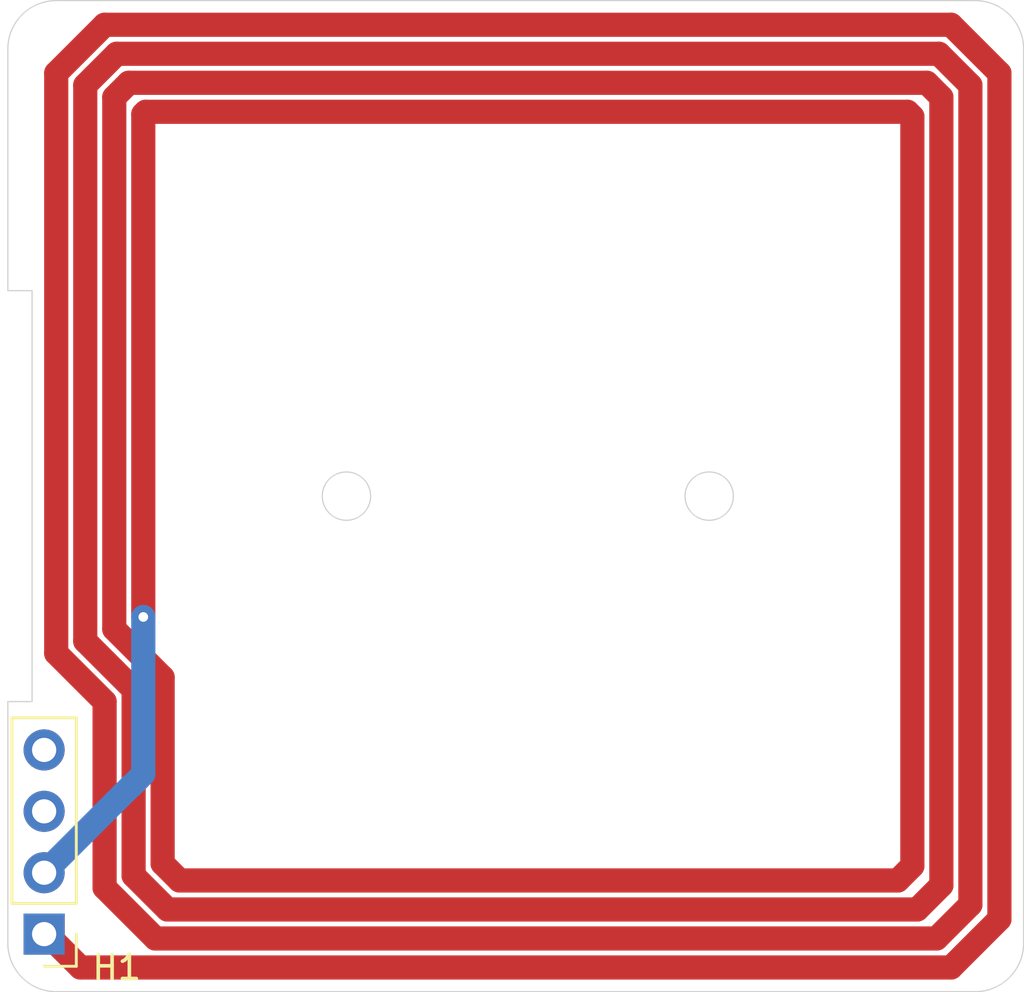
<source format=kicad_pcb>
(kicad_pcb (version 20240108) (generator "pcbnew") (generator_version "8.0")
  (layers (0 "F.Cu" signal) (31 "B.Cu" signal) (34 "B.Paste" user) (35 "F.Paste" user) (36 "B.SilkS" user "B.Silkscreen") (37 "F.SilkS" user "F.Silkscreen") (38 "B.Mask" user) (39 "F.Mask" user) (44 "Edge.Cuts" user))
  (net 0 "")
  (footprint "Connector_PinHeader_2.54mm:PinHeader_1x04_P2.54mm_Vertical" (layer "F.Cu") (at 101.5 138.62 180)
    (property "Reference" "H1" (at -3 -1.38 0) (layer "F.SilkS"))
    (property "Value" "PinHeader_1x04_P2.54mm_Vertical" (hide yes))
    (fp_line (start 1.33 1.27) (end 1.33 8.95) (stroke (width 0.12)) (layer "F.SilkS"))
    (fp_line (start -1.33 8.95) (end 1.33 8.95) (stroke (width 0.12)) (layer "F.SilkS"))
    (fp_line (start -1.33 1.27) (end 1.33 1.27) (stroke (width 0.12)) (layer "F.SilkS"))
    (fp_line (start -1.33 1.27) (end -1.33 8.95) (stroke (width 0.12)) (layer "F.SilkS"))
    (fp_line (start -1.33 0) (end -1.33 -1.33) (stroke (width 0.12)) (layer "F.SilkS"))
    (fp_line (start -1.33 -1.33) (end 0 -1.33) (stroke (width 0.12)) (layer "F.SilkS"))
    (pad "1" thru_hole rect (at 0 0 180) (size 1.7 1.7) (drill 1) (layers "*.Cu" "*.Mask"))
    (pad "2" thru_hole oval (at 0 2.54 180) (size 1.7 1.7) (drill 1) (layers "*.Cu" "*.Mask"))
    (pad "3" thru_hole oval (at 0 5.08 180) (size 1.7 1.7) (drill 1) (layers "*.Cu" "*.Mask"))
    (pad "4" thru_hole oval (at 0 7.62 180) (size 1.7 1.7) (drill 1) (layers "*.Cu" "*.Mask"))
  )
  (gr_arc (start 100 102) (mid 100.585786 100.585786) (end 102 100) (stroke (width 0.05)) (layer "Edge.Cuts"))
  (gr_arc (start 102 141) (mid 100.585786 140.414214) (end 100 139) (stroke (width 0.05)) (layer "Edge.Cuts"))
  (gr_line (start 100 129) (end 101 129) (stroke (width 0.05)) (layer "Edge.Cuts"))
  (gr_line (start 142 139) (end 142 102) (stroke (width 0.05)) (layer "Edge.Cuts"))
  (gr_arc (start 142 139) (mid 141.414214 140.414214) (end 140 141) (stroke (width 0.05)) (layer "Edge.Cuts"))
  (gr_line (start 140 100) (end 102 100) (stroke (width 0.05)) (layer "Edge.Cuts"))
  (gr_circle (center 114 120.5) (end 115 120.5) (stroke (width 0.05)) (fill none) (layer "Edge.Cuts"))
  (gr_line (start 102 141) (end 140 141) (stroke (width 0.05)) (layer "Edge.Cuts"))
  (gr_line (start 100 139) (end 100 129) (stroke (width 0.05)) (layer "Edge.Cuts"))
  (gr_line (start 101 112) (end 100 112) (stroke (width 0.05)) (layer "Edge.Cuts"))
  (gr_arc (start 140 100) (mid 141.414214 100.585786) (end 142 102) (stroke (width 0.05)) (layer "Edge.Cuts"))
  (gr_circle (center 129 120.5) (end 130 120.5) (stroke (width 0.05)) (fill none) (layer "Edge.Cuts"))
  (gr_line (start 101 129) (end 101 112) (stroke (width 0.05)) (layer "Edge.Cuts"))
  (gr_line (start 100 112) (end 100 102) (stroke (width 0.05)) (layer "Edge.Cuts"))
  (segment (start 106.6 137.6) (end 137.6 137.6) (width 1) (layer "F.Cu") (net 0))
  (segment (start 104 101) (end 102 103) (width 1) (layer "F.Cu") (net 0))
  (segment (start 139.8 103.5) (end 138.5 102.2) (width 1) (layer "F.Cu") (net 0))
  (segment (start 104 136.7) (end 106.1 138.8) (width 1) (layer "F.Cu") (net 0))
  (segment (start 102 127) (end 104 129) (width 1) (layer "F.Cu") (net 0))
  (segment (start 106.4 135.7) (end 107.1 136.4) (width 1) (layer "F.Cu") (net 0))
  (segment (start 138 103.4) (end 105 103.4) (width 1) (layer "F.Cu") (net 0))
  (segment (start 139 101) (end 104 101) (width 1) (layer "F.Cu") (net 0))
  (segment (start 138.5 102.2) (end 104.5 102.2) (width 1) (layer "F.Cu") (net 0))
  (segment (start 141 103) (end 139 101) (width 1) (layer "F.Cu") (net 0))
  (segment (start 138.6 104) (end 138 103.4) (width 1) (layer "F.Cu") (net 0))
  (segment (start 141 138) (end 141 103) (width 1) (layer "F.Cu") (net 0))
  (segment (start 107.1 136.4) (end 136.8 136.4) (width 1) (layer "F.Cu") (net 0))
  (segment (start 105.6 104.7) (end 105.6 125.5) (width 1) (layer "F.Cu") (net 0))
  (segment (start 137.2 104.6) (end 105.7 104.6) (width 1) (layer "F.Cu") (net 0))
  (segment (start 106.4 128) (end 106.4 135.7) (width 1) (layer "F.Cu") (net 0))
  (segment (start 105.7 104.6) (end 105.6 104.7) (width 1) (layer "F.Cu") (net 0))
  (segment (start 103.2 103.5) (end 103.2 126.5) (width 1) (layer "F.Cu") (net 0))
  (segment (start 138.6 136.6) (end 138.6 104) (width 1) (layer "F.Cu") (net 0))
  (segment (start 137.6 137.6) (end 138.6 136.6) (width 1) (layer "F.Cu") (net 0))
  (segment (start 103.2 126.5) (end 105.2 128.5) (width 1) (layer "F.Cu") (net 0))
  (segment (start 139 140) (end 141 138) (width 1) (layer "F.Cu") (net 0))
  (segment (start 104 129) (end 104 136.7) (width 1) (layer "F.Cu") (net 0))
  (segment (start 136.8 136.4) (end 137.4 135.8) (width 1) (layer "F.Cu") (net 0))
  (segment (start 104.5 102.2) (end 103.2 103.5) (width 1) (layer "F.Cu") (net 0))
  (segment (start 104.4 104) (end 104.4 126) (width 1) (layer "F.Cu") (net 0))
  (segment (start 139.8 137.4) (end 139.8 103.5) (width 1) (layer "F.Cu") (net 0))
  (segment (start 137.4 104.8) (end 137.2 104.6) (width 1) (layer "F.Cu") (net 0))
  (segment (start 101.62 138.62) (end 103 140) (width 1) (layer "F.Cu") (net 0))
  (segment (start 103 140) (end 139 140) (width 1) (layer "F.Cu") (net 0))
  (segment (start 137.4 135.8) (end 137.4 104.8) (width 1) (layer "F.Cu") (net 0))
  (segment (start 105.2 128.5) (end 105.2 136.2) (width 1) (layer "F.Cu") (net 0))
  (segment (start 105 103.4) (end 104.4 104) (width 1) (layer "F.Cu") (net 0))
  (segment (start 138.4 138.8) (end 139.8 137.4) (width 1) (layer "F.Cu") (net 0))
  (segment (start 104.4 126) (end 106.4 128) (width 1) (layer "F.Cu") (net 0))
  (segment (start 105.2 136.2) (end 106.6 137.6) (width 1) (layer "F.Cu") (net 0))
  (segment (start 106.1 138.8) (end 138.4 138.8) (width 1) (layer "F.Cu") (net 0))
  (segment (start 101.5 138.62) (end 101.62 138.62) (width 1) (layer "F.Cu") (net 0))
  (segment (start 102 103) (end 102 127) (width 1) (layer "F.Cu") (net 0))
  (via (at 105.6 125.5) (size 0.8) (drill 0.4) (layers "F.Cu" "B.Cu") (net 0))
  (segment (start 105.6 125.5) (end 105.6 132) (width 1) (layer "B.Cu") (net 0))
  (segment (start 105.1 132.5) (end 105.08 132.5) (width 1) (layer "B.Cu") (net 0))
  (segment (start 105.08 132.5) (end 101.5 136.08) (width 1) (layer "B.Cu") (net 0))
  (segment (start 105.6 132) (end 105.1 132.5) (width 1) (layer "B.Cu") (net 0))
)
</source>
